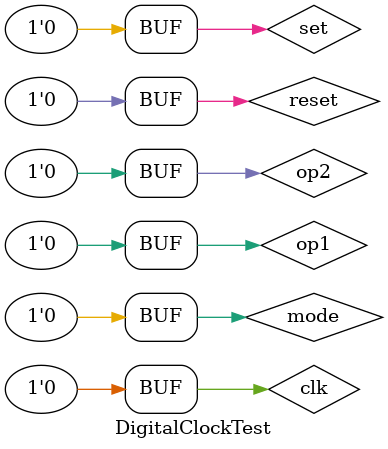
<source format=v>
`timescale 1ns / 1ps


module DigitalClockTest;

	// Inputs
	reg clk;
	reg mode;
	reg set;
	reg op1;
	reg op2;
	reg reset;

	// Outputs
	wire display;
	wire [2:0] flash;
	wire [20:0] out_time;

	// Instantiate the Unit Under Test (UUT)
	DigitalClock uut (
		.clk(clk), 
		.mode(mode), 
		.set(set), 
		.op1(op1), 
		.op2(op2), 
		.reset(reset), 
		.display(display), 
		.flash(flash), 
		.out_time(out_time)
	);

	initial begin
		// Initialize Inputs
		clk = 0;
		mode = 0;
		set = 0;
		op1 = 0;
		op2 = 0;
		reset = 0;

		// Wait 100 ns for global reset to finish
		#100;
        
		// Add stimulus here
	end
      
	always begin
		#0.001 clk = 1;
		#0.001 clk = 0;
	end
endmodule


</source>
